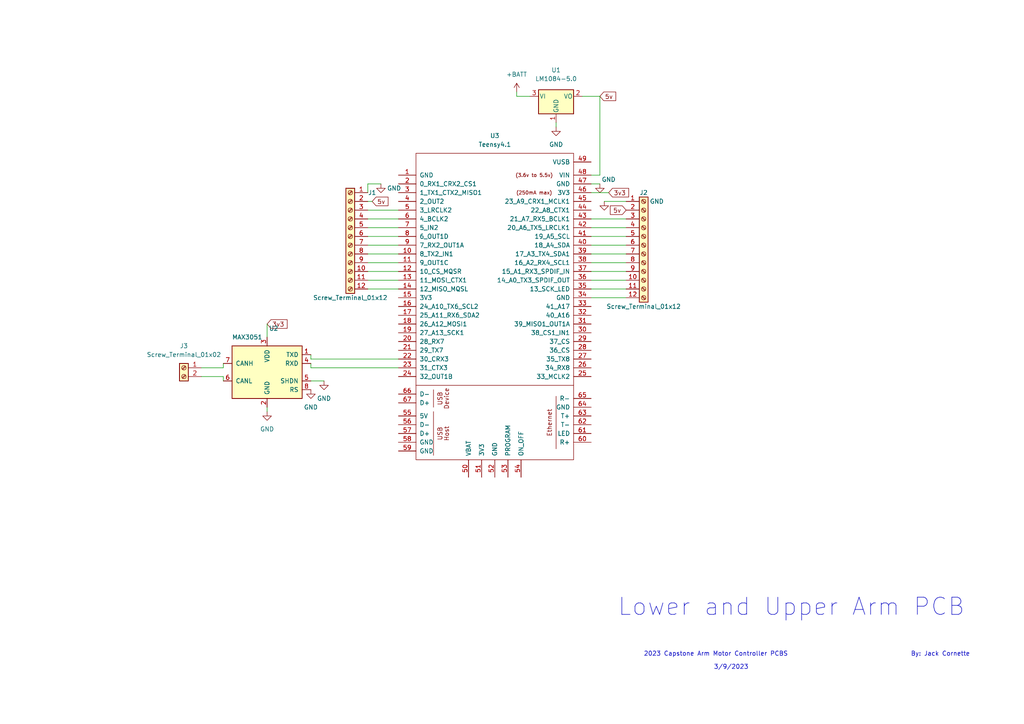
<source format=kicad_sch>
(kicad_sch (version 20211123) (generator eeschema)
  (paper "A4")
  (lib_symbols
    (symbol "Connector:Screw_Terminal_01x02" (pin_names (offset 1.016) hide)
      (property "Reference" "J" (at 0 2.54 0))
      (property "Value" "Screw_Terminal_01x02" (at 0 -5.08 0))
      (symbol "Screw_Terminal_01x02_1_1"
        (rectangle (start -1.27 1.27) (end 1.27 -3.81) (stroke (width 0.254)) (fill (type background)))
        (circle (center 0 -2.54) (radius 0.635) (stroke (width 0.1524)))
        (polyline (pts (xy -0.5334 -2.2098) (xy 0.3302 -3.048)) (stroke (width 0.1524)))
        (polyline (pts (xy -0.5334 0.3302) (xy 0.3302 -0.508)) (stroke (width 0.1524)))
        (polyline (pts (xy -0.3556 -2.032) (xy 0.508 -2.8702)) (stroke (width 0.1524)))
        (polyline (pts (xy -0.3556 0.508) (xy 0.508 -0.3302)) (stroke (width 0.1524)))
        (circle (center 0 0) (radius 0.635) (stroke (width 0.1524)))
        (pin passive line (at -5.08 0 0) (length 3.81) (name "Pin_1") (number "1"))
        (pin passive line (at -5.08 -2.54 0) (length 3.81) (name "Pin_2") (number "2"))
      )
    )
    (symbol "Connector:Screw_Terminal_01x12" (pin_names (offset 1.016) hide)
      (property "Reference" "J" (at 0 15.24 0))
      (property "Value" "Screw_Terminal_01x12" (at 0 -17.78 0))
      (symbol "Screw_Terminal_01x12_1_1"
        (rectangle (start -1.27 13.97) (end 1.27 -16.51) (stroke (width 0.254)) (fill (type background)))
        (circle (center 0 -15.24) (radius 0.635) (stroke (width 0.1524)))
        (circle (center 0 -12.7) (radius 0.635) (stroke (width 0.1524)))
        (circle (center 0 -10.16) (radius 0.635) (stroke (width 0.1524)))
        (circle (center 0 -7.62) (radius 0.635) (stroke (width 0.1524)))
        (circle (center 0 -5.08) (radius 0.635) (stroke (width 0.1524)))
        (circle (center 0 -2.54) (radius 0.635) (stroke (width 0.1524)))
        (polyline (pts (xy -0.5334 -14.9098) (xy 0.3302 -15.748)) (stroke (width 0.1524)))
        (polyline (pts (xy -0.5334 -12.3698) (xy 0.3302 -13.208)) (stroke (width 0.1524)))
        (polyline (pts (xy -0.5334 -9.8298) (xy 0.3302 -10.668)) (stroke (width 0.1524)))
        (polyline (pts (xy -0.5334 -7.2898) (xy 0.3302 -8.128)) (stroke (width 0.1524)))
        (polyline (pts (xy -0.5334 -4.7498) (xy 0.3302 -5.588)) (stroke (width 0.1524)))
        (polyline (pts (xy -0.5334 -2.2098) (xy 0.3302 -3.048)) (stroke (width 0.1524)))
        (polyline (pts (xy -0.5334 0.3302) (xy 0.3302 -0.508)) (stroke (width 0.1524)))
        (polyline (pts (xy -0.5334 2.8702) (xy 0.3302 2.032)) (stroke (width 0.1524)))
        (polyline (pts (xy -0.5334 5.4102) (xy 0.3302 4.572)) (stroke (width 0.1524)))
        (polyline (pts (xy -0.5334 7.9502) (xy 0.3302 7.112)) (stroke (width 0.1524)))
        (polyline (pts (xy -0.5334 10.4902) (xy 0.3302 9.652)) (stroke (width 0.1524)))
        (polyline (pts (xy -0.5334 13.0302) (xy 0.3302 12.192)) (stroke (width 0.1524)))
        (polyline (pts (xy -0.3556 -14.732) (xy 0.508 -15.5702)) (stroke (width 0.1524)))
        (polyline (pts (xy -0.3556 -12.192) (xy 0.508 -13.0302)) (stroke (width 0.1524)))
        (polyline (pts (xy -0.3556 -9.652) (xy 0.508 -10.4902)) (stroke (width 0.1524)))
        (polyline (pts (xy -0.3556 -7.112) (xy 0.508 -7.9502)) (stroke (width 0.1524)))
        (polyline (pts (xy -0.3556 -4.572) (xy 0.508 -5.4102)) (stroke (width 0.1524)))
        (polyline (pts (xy -0.3556 -2.032) (xy 0.508 -2.8702)) (stroke (width 0.1524)))
        (polyline (pts (xy -0.3556 0.508) (xy 0.508 -0.3302)) (stroke (width 0.1524)))
        (polyline (pts (xy -0.3556 3.048) (xy 0.508 2.2098)) (stroke (width 0.1524)))
        (polyline (pts (xy -0.3556 5.588) (xy 0.508 4.7498)) (stroke (width 0.1524)))
        (polyline (pts (xy -0.3556 8.128) (xy 0.508 7.2898)) (stroke (width 0.1524)))
        (polyline (pts (xy -0.3556 10.668) (xy 0.508 9.8298)) (stroke (width 0.1524)))
        (polyline (pts (xy -0.3556 13.208) (xy 0.508 12.3698)) (stroke (width 0.1524)))
        (circle (center 0 0) (radius 0.635) (stroke (width 0.1524)))
        (circle (center 0 2.54) (radius 0.635) (stroke (width 0.1524)))
        (circle (center 0 5.08) (radius 0.635) (stroke (width 0.1524)))
        (circle (center 0 7.62) (radius 0.635) (stroke (width 0.1524)))
        (circle (center 0 10.16) (radius 0.635) (stroke (width 0.1524)))
        (circle (center 0 12.7) (radius 0.635) (stroke (width 0.1524)))
        (pin passive line (at -5.08 12.7 0) (length 3.81) (name "Pin_1") (number "1"))
        (pin passive line (at -5.08 -10.16 0) (length 3.81) (name "Pin_10") (number "10"))
        (pin passive line (at -5.08 -12.7 0) (length 3.81) (name "Pin_11") (number "11"))
        (pin passive line (at -5.08 -15.24 0) (length 3.81) (name "Pin_12") (number "12"))
        (pin passive line (at -5.08 10.16 0) (length 3.81) (name "Pin_2") (number "2"))
        (pin passive line (at -5.08 7.62 0) (length 3.81) (name "Pin_3") (number "3"))
        (pin passive line (at -5.08 5.08 0) (length 3.81) (name "Pin_4") (number "4"))
        (pin passive line (at -5.08 2.54 0) (length 3.81) (name "Pin_5") (number "5"))
        (pin passive line (at -5.08 0 0) (length 3.81) (name "Pin_6") (number "6"))
        (pin passive line (at -5.08 -2.54 0) (length 3.81) (name "Pin_7") (number "7"))
        (pin passive line (at -5.08 -5.08 0) (length 3.81) (name "Pin_8") (number "8"))
        (pin passive line (at -5.08 -7.62 0) (length 3.81) (name "Pin_9") (number "9"))
      )
    )
    (symbol "Interface_UART:MAX3051" (pin_names (offset 1.016))
      (property "Reference" "U" (at -10.16 8.89 0))
      (property "Value" "MAX3051" (at 2.54 8.89 0))
      (symbol "MAX3051_0_1"
        (rectangle (start -10.16 7.62) (end 10.16 -7.62) (stroke (width 0.254)) (fill (type background)))
      )
      (symbol "MAX3051_1_1"
        (pin input line (at -12.7 5.08 0) (length 2.54) (name "TXD") (number "1"))
        (pin power_in line (at 0 -10.16 90) (length 2.54) (name "GND") (number "2"))
        (pin power_in line (at 0 10.16 270) (length 2.54) (name "VDD") (number "3"))
        (pin output line (at -12.7 2.54 0) (length 2.54) (name "RXD") (number "4"))
        (pin input line (at -12.7 -2.54 0) (length 2.54) (name "SHDN") (number "5"))
        (pin bidirectional line (at 12.7 -2.54 180) (length 2.54) (name "CANL") (number "6"))
        (pin bidirectional line (at 12.7 2.54 180) (length 2.54) (name "CANH") (number "7"))
        (pin input line (at -12.7 -5.08 0) (length 2.54) (name "RS") (number "8"))
      )
    )
    (symbol "Regulator_Linear:LM1084-5.0" (pin_names (offset 0.254))
      (property "Reference" "U" (at -3.81 3.175 0))
      (property "Value" "LM1084-5.0" (at 0 3.175 0))
      (symbol "LM1084-5.0_0_1"
        (rectangle (start -5.08 1.905) (end 5.08 -5.08) (stroke (width 0.254)) (fill (type background)))
      )
      (symbol "LM1084-5.0_1_1"
        (pin power_in line (at 0 -7.62 90) (length 2.54) (name "GND") (number "1"))
        (pin power_out line (at 7.62 0 180) (length 2.54) (name "VO") (number "2"))
        (pin power_in line (at -7.62 0 0) (length 2.54) (name "VI") (number "3"))
      )
    )
    (symbol "power:+BATT" (power) (pin_names (offset 0))
      (property "Value" "+BATT" (at 0 3.556 0))
      (symbol "+BATT_0_1"
        (polyline (pts (xy -0.762 1.27) (xy 0 2.54)))
        (polyline (pts (xy 0 0) (xy 0 2.54)))
        (polyline (pts (xy 0 2.54) (xy 0.762 1.27)))
      )
      (symbol "+BATT_1_1"
        (pin power_in line (at 0 0 90) (length 0) hide (name "+BATT") (number "1"))
      )
    )
    (symbol "power:GND" (power) (pin_names (offset 0))
      (property "Value" "GND" (at 0 -3.81 0))
      (symbol "GND_0_1"
        (polyline (pts (xy 0 0) (xy 0 -1.27) (xy 1.27 -1.27) (xy 0 -2.54) (xy -1.27 -1.27) (xy 0 -1.27)))
      )
      (symbol "GND_1_1"
        (pin power_in line (at 0 0 270) (length 0) hide (name "GND") (number "1"))
      )
    )
    (symbol "teensy:Teensy4.1" (pin_names (offset 1.016))
      (property "Reference" "U" (at 0 64.77 0))
      (property "Value" "Teensy4.1" (at 0 62.23 0))
      (symbol "Teensy4.1_0_0"
        (polyline (pts (xy -22.86 -6.35) (xy 22.86 -6.35)))
        (polyline (pts (xy -17.78 -26.67) (xy -17.78 -13.97)))
        (polyline (pts (xy -17.78 -7.62) (xy -17.78 -12.7)))
        (polyline (pts (xy 17.78 -9.525) (xy 17.78 -24.765)))
        (text "(250mA max)" (at 11.43 49.53 0) (effects (font (size 1.016 1.016))))
        (text "(3.6v to 5.5v)" (at 11.43 54.61 0) (effects (font (size 1.016 1.016))))
        (text "Device" (at -13.97 -10.16 900) (effects (font (size 1.27 1.27))))
        (text "Ethernet" (at 15.875 -17.145 900) (effects (font (size 1.27 1.27))))
        (text "Host" (at -13.97 -20.32 900) (effects (font (size 1.27 1.27))))
        (text "USB" (at -15.875 -20.32 900) (effects (font (size 1.27 1.27))))
        (text "USB" (at -15.875 -10.16 900) (effects (font (size 1.27 1.27))))
        (pin bidirectional line (at -27.94 31.75 0) (length 5.08) (name "8_TX2_IN1") (number "10"))
        (pin bidirectional line (at -27.94 29.21 0) (length 5.08) (name "9_OUT1C") (number "11"))
        (pin bidirectional line (at -27.94 26.67 0) (length 5.08) (name "10_CS_MQSR") (number "12"))
        (pin bidirectional line (at -27.94 24.13 0) (length 5.08) (name "11_MOSI_CTX1") (number "13"))
        (pin bidirectional line (at -27.94 21.59 0) (length 5.08) (name "12_MISO_MQSL") (number "14"))
        (pin power_in line (at -27.94 19.05 0) (length 5.08) (name "3V3") (number "15"))
        (pin bidirectional line (at -27.94 16.51 0) (length 5.08) (name "24_A10_TX6_SCL2") (number "16"))
        (pin bidirectional line (at -27.94 13.97 0) (length 5.08) (name "25_A11_RX6_SDA2") (number "17"))
        (pin bidirectional line (at -27.94 11.43 0) (length 5.08) (name "26_A12_MOSI1") (number "18"))
        (pin bidirectional line (at -27.94 8.89 0) (length 5.08) (name "27_A13_SCK1") (number "19"))
        (pin bidirectional line (at -27.94 6.35 0) (length 5.08) (name "28_RX7") (number "20"))
        (pin bidirectional line (at -27.94 3.81 0) (length 5.08) (name "29_TX7") (number "21"))
        (pin bidirectional line (at -27.94 1.27 0) (length 5.08) (name "30_CRX3") (number "22"))
        (pin bidirectional line (at -27.94 -1.27 0) (length 5.08) (name "31_CTX3") (number "23"))
        (pin bidirectional line (at -27.94 -3.81 0) (length 5.08) (name "32_OUT1B") (number "24"))
        (pin bidirectional line (at 27.94 -3.81 180) (length 5.08) (name "33_MCLK2") (number "25"))
        (pin bidirectional line (at 27.94 -1.27 180) (length 5.08) (name "34_RX8") (number "26"))
        (pin bidirectional line (at 27.94 1.27 180) (length 5.08) (name "35_TX8") (number "27"))
        (pin bidirectional line (at 27.94 3.81 180) (length 5.08) (name "36_CS") (number "28"))
        (pin bidirectional line (at 27.94 6.35 180) (length 5.08) (name "37_CS") (number "29"))
        (pin bidirectional line (at 27.94 8.89 180) (length 5.08) (name "38_CS1_IN1") (number "30"))
        (pin bidirectional line (at 27.94 11.43 180) (length 5.08) (name "39_MISO1_OUT1A") (number "31"))
        (pin bidirectional line (at 27.94 13.97 180) (length 5.08) (name "40_A16") (number "32"))
        (pin bidirectional line (at 27.94 16.51 180) (length 5.08) (name "41_A17") (number "33"))
        (pin bidirectional line (at 27.94 21.59 180) (length 5.08) (name "13_SCK_LED") (number "35"))
        (pin bidirectional line (at 27.94 24.13 180) (length 5.08) (name "14_A0_TX3_SPDIF_OUT") (number "36"))
        (pin bidirectional line (at 27.94 26.67 180) (length 5.08) (name "15_A1_RX3_SPDIF_IN") (number "37"))
        (pin bidirectional line (at 27.94 29.21 180) (length 5.08) (name "16_A2_RX4_SCL1") (number "38"))
        (pin bidirectional line (at 27.94 31.75 180) (length 5.08) (name "17_A3_TX4_SDA1") (number "39"))
        (pin bidirectional line (at 27.94 34.29 180) (length 5.08) (name "18_A4_SDA") (number "40"))
        (pin bidirectional line (at 27.94 36.83 180) (length 5.08) (name "19_A5_SCL") (number "41"))
        (pin bidirectional line (at 27.94 39.37 180) (length 5.08) (name "20_A6_TX5_LRCLK1") (number "42"))
        (pin bidirectional line (at 27.94 41.91 180) (length 5.08) (name "21_A7_RX5_BCLK1") (number "43"))
        (pin bidirectional line (at 27.94 44.45 180) (length 5.08) (name "22_A8_CTX1") (number "44"))
        (pin bidirectional line (at 27.94 46.99 180) (length 5.08) (name "23_A9_CRX1_MCLK1") (number "45"))
        (pin output line (at 27.94 49.53 180) (length 5.08) (name "3V3") (number "46"))
        (pin output line (at 27.94 52.07 180) (length 5.08) (name "GND") (number "47"))
        (pin power_in line (at 27.94 54.61 180) (length 5.08) (name "VIN") (number "48"))
        (pin power_out line (at 27.94 58.42 180) (length 5.08) (name "VUSB") (number "49"))
        (pin bidirectional line (at -27.94 44.45 0) (length 5.08) (name "3_LRCLK2") (number "5"))
        (pin power_in line (at -7.62 -33.02 90) (length 5.08) (name "VBAT") (number "50"))
        (pin power_in line (at -3.81 -33.02 90) (length 5.08) (name "3V3") (number "51"))
        (pin input line (at 0 -33.02 90) (length 5.08) (name "GND") (number "52"))
        (pin input line (at 3.81 -33.02 90) (length 5.08) (name "PROGRAM") (number "53"))
        (pin input line (at 7.62 -33.02 90) (length 5.08) (name "ON_OFF") (number "54"))
        (pin power_out line (at -27.94 -15.24 0) (length 5.08) (name "5V") (number "55"))
        (pin bidirectional line (at -27.94 -17.78 0) (length 5.08) (name "D-") (number "56"))
        (pin bidirectional line (at -27.94 -20.32 0) (length 5.08) (name "D+") (number "57"))
        (pin power_in line (at -27.94 -22.86 0) (length 5.08) (name "GND") (number "58"))
        (pin power_in line (at -27.94 -25.4 0) (length 5.08) (name "GND") (number "59"))
        (pin bidirectional line (at -27.94 41.91 0) (length 5.08) (name "4_BCLK2") (number "6"))
        (pin bidirectional line (at 27.94 -22.86 180) (length 5.08) (name "R+") (number "60"))
        (pin bidirectional line (at 27.94 -20.32 180) (length 5.08) (name "LED") (number "61"))
        (pin bidirectional line (at 27.94 -17.78 180) (length 5.08) (name "T-") (number "62"))
        (pin bidirectional line (at 27.94 -15.24 180) (length 5.08) (name "T+") (number "63"))
        (pin power_in line (at 27.94 -12.7 180) (length 5.08) (name "GND") (number "64"))
        (pin bidirectional line (at 27.94 -10.16 180) (length 5.08) (name "R-") (number "65"))
        (pin bidirectional line (at -27.94 -8.89 0) (length 5.08) (name "D-") (number "66"))
        (pin bidirectional line (at -27.94 -11.43 0) (length 5.08) (name "D+") (number "67"))
        (pin bidirectional line (at -27.94 39.37 0) (length 5.08) (name "5_IN2") (number "7"))
        (pin bidirectional line (at -27.94 36.83 0) (length 5.08) (name "6_OUT1D") (number "8"))
        (pin bidirectional line (at -27.94 34.29 0) (length 5.08) (name "7_RX2_OUT1A") (number "9"))
      )
      (symbol "Teensy4.1_0_1"
        (rectangle (start -22.86 60.96) (end 22.86 -27.94))
        (rectangle (start -20.32 -1.27) (end -20.32 -1.27))
      )
      (symbol "Teensy4.1_1_1"
        (pin power_in line (at -27.94 54.61 0) (length 5.08) (name "GND") (number "1"))
        (pin bidirectional line (at -27.94 52.07 0) (length 5.08) (name "0_RX1_CRX2_CS1") (number "2"))
        (pin bidirectional line (at -27.94 49.53 0) (length 5.08) (name "1_TX1_CTX2_MISO1") (number "3"))
        (pin power_in line (at 27.94 19.05 180) (length 5.08) (name "GND") (number "34"))
        (pin bidirectional line (at -27.94 46.99 0) (length 5.08) (name "2_OUT2") (number "4"))
      )
    )
  )
  (wire (pts (xy 171.45 81.28) (xy 181.61 81.28)))
  (wire (pts (xy 173.99 27.94) (xy 173.99 50.8)))
  (wire (pts (xy 58.42 106.68) (xy 64.77 106.68)))
  (wire (pts (xy 90.17 104.14) (xy 90.17 102.87)))
  (wire (pts (xy 106.68 78.74) (xy 115.57 78.74)))
  (wire (pts (xy 171.45 71.12) (xy 181.61 71.12)))
  (wire (pts (xy 106.68 53.34) (xy 106.68 55.88)))
  (wire (pts (xy 171.45 63.5) (xy 181.61 63.5)))
  (wire (pts (xy 171.45 78.74) (xy 181.61 78.74)))
  (wire (pts (xy 106.68 60.96) (xy 115.57 60.96)))
  (wire (pts (xy 64.77 105.41) (xy 64.77 106.68)))
  (wire (pts (xy 115.57 104.14) (xy 90.17 104.14)))
  (wire (pts (xy 106.68 83.82) (xy 115.57 83.82)))
  (wire (pts (xy 149.86 26.67) (xy 149.86 27.94)))
  (wire (pts (xy 115.57 106.68) (xy 90.17 106.68)))
  (wire (pts (xy 90.17 106.68) (xy 90.17 105.41)))
  (wire (pts (xy 173.99 50.8) (xy 171.45 50.8)))
  (wire (pts (xy 106.68 68.58) (xy 115.57 68.58)))
  (wire (pts (xy 110.49 53.34) (xy 106.68 53.34)))
  (wire (pts (xy 175.26 58.42) (xy 181.61 58.42)))
  (wire (pts (xy 149.86 27.94) (xy 153.67 27.94)))
  (wire (pts (xy 171.45 83.82) (xy 181.61 83.82)))
  (wire (pts (xy 77.47 93.98) (xy 77.47 97.79)))
  (wire (pts (xy 161.29 36.83) (xy 161.29 35.56)))
  (wire (pts (xy 171.45 55.88) (xy 176.53 55.88)))
  (wire (pts (xy 77.47 119.38) (xy 77.47 118.11)))
  (wire (pts (xy 171.45 76.2) (xy 181.61 76.2)))
  (wire (pts (xy 181.61 86.36) (xy 171.45 86.36)))
  (wire (pts (xy 171.45 53.34) (xy 173.99 53.34)))
  (wire (pts (xy 106.68 76.2) (xy 115.57 76.2)))
  (wire (pts (xy 106.68 71.12) (xy 115.57 71.12)))
  (wire (pts (xy 106.68 73.66) (xy 115.57 73.66)))
  (wire (pts (xy 168.91 27.94) (xy 173.99 27.94)))
  (wire (pts (xy 64.77 110.49) (xy 64.77 109.22)))
  (wire (pts (xy 106.68 81.28) (xy 115.57 81.28)))
  (wire (pts (xy 171.45 66.04) (xy 181.61 66.04)))
  (wire (pts (xy 106.68 63.5) (xy 115.57 63.5)))
  (wire (pts (xy 171.45 73.66) (xy 181.61 73.66)))
  (wire (pts (xy 107.95 58.42) (xy 106.68 58.42)))
  (wire (pts (xy 93.98 110.49) (xy 90.17 110.49)))
  (wire (pts (xy 106.68 66.04) (xy 115.57 66.04)))
  (wire (pts (xy 171.45 68.58) (xy 181.61 68.58)))
  (wire (pts (xy 58.42 109.22) (xy 64.77 109.22)))
  (text "3/9/2023" (at 207.01 194.31 0) (effects (font (size 1.27 1.27)) (justify left bottom)))
  (text "Lower and Upper Arm PCB" (at 179.07 179.07 0) (effects (font (size 5 5)) (justify left bottom)))
  (text "2023 Capstone Arm Motor Controller PCBS" (at 186.69 190.5 0) (effects (font (size 1.27 1.27)) (justify left bottom)))
  (text "By: Jack Cornette" (at 264.16 190.5 0) (effects (font (size 1.27 1.27)) (justify left bottom)))
  (global_label "3v3" (shape input) (at 77.47 93.98 0) (property "Intersheet References" "${INTERSHEET_REFS}" (effects hide)))
  (global_label "5v" (shape input) (at 181.61 60.96 180) (property "Intersheet References" "${INTERSHEET_REFS}" (effects hide)))
  (global_label "3v3" (shape input) (at 176.53 55.88 0) (property "Intersheet References" "${INTERSHEET_REFS}" (effects hide)))
  (global_label "5v" (shape input) (at 173.99 27.94 0) (property "Intersheet References" "${INTERSHEET_REFS}" (effects hide)))
  (global_label "5v" (shape input) (at 107.95 58.42 0) (property "Intersheet References" "${INTERSHEET_REFS}" (effects hide)))
  (symbol (lib_id "power:+BATT") (at 149.86 26.67 0) (unit 1)
    (property "Reference" "#PWR0102" (effects hide))
    (property "Value" "+BATT" (at 149.86 21.59 0))
  )
  (symbol (lib_id "teensy:Teensy4.1") (at 143.51 105.41 0) (unit 1)
    (property "Reference" "U3" (at 143.51 39.37 0))
    (property "Value" "Teensy4.1" (at 143.51 41.91 0))
    (property "Footprint" "teensy_footprint:Teensy41_pinHeadOnly" (effects hide))
  )
  (symbol (lib_id "Connector:Screw_Terminal_01x12") (at 186.69 71.12 0) (unit 1)
    (property "Reference" "J2" (at 186.69 55.88 0))
    (property "Value" "Screw_Terminal_01x12" (at 186.69 88.9 0))
    (property "Footprint" "TerminalBlock_4Ucon:TerminalBlock_4Ucon_1x12_P3.50mm_Horizontal" (effects hide))
  )
  (symbol (lib_id "power:GND") (at 161.29 36.83 0) (unit 1)
    (property "Reference" "#PWR0101" (effects hide))
    (property "Value" "GND" (at 161.29 41.91 0))
  )
  (symbol (lib_id "Connector:Screw_Terminal_01x12") (at 101.6 68.58 0) (mirror y) (unit 1)
    (property "Reference" "J1" (at 107.95 55.88 0))
    (property "Value" "Screw_Terminal_01x12" (at 101.6 86.36 0))
    (property "Footprint" "TerminalBlock_4Ucon:TerminalBlock_4Ucon_1x12_P3.50mm_Horizontal" (effects hide))
  )
  (symbol (lib_id "Interface_UART:MAX3051") (at 77.47 107.95 0) (mirror y) (unit 1)
    (property "Reference" "U2" (at 77.9906 95.25 0) (effects (justify right)))
    (property "Value" "MAX3051" (at 67.31 97.79 0) (effects (justify right)))
    (property "Footprint" "MAX3051_footprint:SOIC127P600X175-8N" (effects hide))
    (property "Datasheet" "http://datasheets.maximintegrated.com/en/ds/MAX3051.pdf" (effects hide))
  )
  (symbol (lib_id "power:GND") (at 90.17 113.03 0) (unit 1)
    (property "Reference" "#PWR0107" (effects hide))
    (property "Value" "GND" (at 90.17 118.11 0))
  )
  (symbol (lib_id "Regulator_Linear:LM1084-5.0") (at 161.29 27.94 0) (unit 1)
    (property "Reference" "U1" (at 161.29 20.32 0))
    (property "Value" "LM1084-5.0" (at 161.29 22.86 0))
    (property "Footprint" "Package_TO_SOT_THT:TO-220F-3_Horizontal_TabDown" (effects hide))
    (property "Datasheet" "http://www.ti.com/lit/ds/symlink/lm1084.pdf" (effects hide))
  )
  (symbol (lib_id "power:GND") (at 93.98 110.49 0) (unit 1)
    (property "Reference" "#PWR0108" (effects hide))
    (property "Value" "GND" (at 93.98 115.57 0))
  )
  (symbol (lib_id "Connector:Screw_Terminal_01x02") (at 53.34 106.68 0) (mirror y) (unit 1)
    (property "Reference" "J3" (at 53.34 100.33 0))
    (property "Value" "Screw_Terminal_01x02" (at 53.34 102.87 0))
    (property "Footprint" "TerminalBlock_Phoenix:TerminalBlock_Phoenix_MPT-0,5-2-2.54_1x02_P2.54mm_Horizontal" (effects hide))
  )
  (symbol (lib_id "power:GND") (at 110.49 53.34 0) (unit 1)
    (property "Reference" "#PWR0104" (effects hide))
    (property "Value" "GND" (at 114.3 54.61 0))
  )
  (symbol (lib_id "power:GND") (at 175.26 58.42 0) (unit 1)
    (property "Reference" "#PWR0106" (effects hide))
    (property "Value" "GND" (at 190.5 58.42 0))
  )
  (symbol (lib_id "power:GND") (at 77.47 119.38 0) (unit 1)
    (property "Reference" "#PWR0103" (effects hide))
    (property "Value" "GND" (at 77.47 124.46 0))
  )
  (symbol (lib_id "power:GND") (at 173.99 53.34 0) (unit 1)
    (property "Reference" "#PWR0105" (effects hide))
    (property "Value" "GND" (at 176.53 52.07 0))
  )
)
</source>
